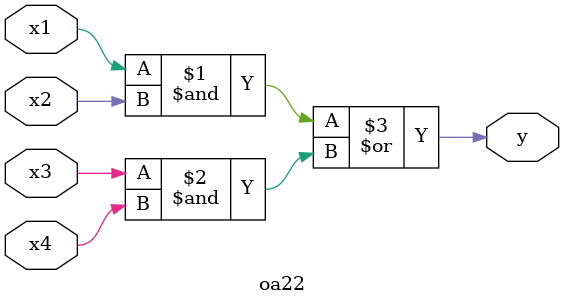
<source format=v>
module oa22(
  input x1, x2, x3, x4,
  output y
);
  assign y = (x1 & x2) | (x3 & x4);
endmodule

</source>
